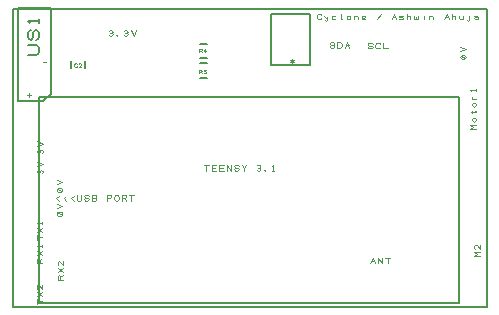
<source format=gbr>
%FSLAX35Y35*%
%MOIN*%
G04 EasyPC Gerber Version 18.0.8 Build 3632 *
%ADD10C,0.00100*%
%ADD13C,0.00128*%
%ADD11C,0.00500*%
%ADD12C,0.00600*%
X0Y0D02*
D02*
D10*
X4993Y70734D02*
X6243D01*
X5618Y70109D02*
Y71359D01*
X10234Y81842D02*
X11484D01*
X10140Y2030D02*
X8265D01*
Y1248D02*
Y2811D01*
X10140Y3748D02*
X8265Y5311D01*
Y3748D02*
X10140Y5311D01*
Y7498D02*
Y6248D01*
X9046Y7342*
X8733Y7498*
X8421Y7342*
X8265Y7030*
Y6561*
X8421Y6248*
X10140Y14852D02*
X8265D01*
Y15946*
X8421Y16258*
X8733Y16415*
X9046Y16258*
X9202Y15946*
Y14852*
Y15946D02*
X10140Y16415D01*
Y17352D02*
X8265Y18915D01*
Y17352D02*
X10140Y18915D01*
Y20165D02*
Y20789D01*
Y20477D02*
X8265D01*
X8578Y20165*
X10140Y23371D02*
X8265D01*
Y22590D02*
Y24152D01*
X10140Y25090D02*
X8265Y26652D01*
Y25090D02*
X10140Y26652D01*
Y27902D02*
Y28527D01*
Y28215D02*
X8265D01*
X8578Y27902*
X10108Y44711D02*
X10265Y45024D01*
Y45336*
X10108Y45649*
X9796Y45805*
X9483Y45649*
X9327Y45336*
Y45024*
Y45336D02*
X9171Y45649D01*
X8858Y45805*
X8546Y45649*
X8390Y45336*
Y45024*
X8546Y44711*
X8390Y47055D02*
X10265Y47836D01*
X8390Y48618*
X10108Y51451D02*
X10265Y51763D01*
Y52076*
X10108Y52388*
X9796Y52544*
X9483Y52388*
X9327Y52076*
Y51763*
Y52076D02*
X9171Y52388D01*
X8858Y52544*
X8546Y52388*
X8390Y52076*
Y51763*
X8546Y51451*
X8390Y53794D02*
X10265Y54576D01*
X8390Y55357*
X15605Y35637D02*
X14824Y36419D01*
X15605Y37200*
X18105Y35637D02*
X17324Y36419D01*
X18105Y37200*
X20605Y35637D02*
X19824Y36419D01*
X20605Y37200*
X21543Y37512D02*
Y36106D01*
X21699Y35794*
X22011Y35637*
X22636*
X22949Y35794*
X23105Y36106*
Y37512*
X24043Y36106D02*
X24199Y35794D01*
X24511Y35637*
X25136*
X25449Y35794*
X25605Y36106*
X25449Y36419*
X25136Y36575*
X24511*
X24199Y36731*
X24043Y37044*
X24199Y37356*
X24511Y37512*
X25136*
X25449Y37356*
X25605Y37044*
X27636Y36575D02*
X27949Y36419D01*
X28105Y36106*
X27949Y35794*
X27636Y35637*
X26543*
Y37512*
X27636*
X27949Y37356*
X28105Y37044*
X27949Y36731*
X27636Y36575*
X26543*
X31543Y35637D02*
Y37512D01*
X32636*
X32949Y37356*
X33105Y37044*
X32949Y36731*
X32636Y36575*
X31543*
X34043Y36262D02*
Y36887D01*
X34199Y37200*
X34355Y37356*
X34668Y37512*
X34980*
X35293Y37356*
X35449Y37200*
X35605Y36887*
Y36262*
X35449Y35950*
X35293Y35794*
X34980Y35637*
X34668*
X34355Y35794*
X34199Y35950*
X34043Y36262*
X36543Y35637D02*
Y37512D01*
X37636*
X37949Y37356*
X38105Y37044*
X37949Y36731*
X37636Y36575*
X36543*
X37636D02*
X38105Y35637D01*
X39824D02*
Y37512D01*
X39043D02*
X40605D01*
X16598Y30733D02*
X16754Y31046D01*
Y31358*
X16598Y31671*
X16286Y31827*
X15348*
X15036Y31671*
X14880Y31358*
Y31046*
X15036Y30733*
X15348Y30577*
X16286*
X16598Y30733*
X15036Y31671*
X14880Y33077D02*
X16754Y33858D01*
X14880Y34640*
X16598Y38721D02*
X16754Y39033D01*
Y39346*
X16598Y39658*
X16286Y39815*
X15348*
X15036Y39658*
X14880Y39346*
Y39033*
X15036Y38721*
X15348Y38565*
X16286*
X16598Y38721*
X15036Y39658*
X14880Y41065D02*
X16754Y41846D01*
X14880Y42627*
X17129Y9236D02*
X15254D01*
Y10330*
X15410Y10642*
X15722Y10798*
X16035Y10642*
X16191Y10330*
Y9236*
Y10330D02*
X17129Y10798D01*
Y11736D02*
X15254Y13298D01*
Y11736D02*
X17129Y13298D01*
Y15486D02*
Y14236D01*
X16035Y15330*
X15722Y15486*
X15410Y15330*
X15254Y15017*
Y14548*
X15410Y14236*
X32481Y90733D02*
X32793Y90577D01*
X33106*
X33418Y90733*
X33574Y91046*
X33418Y91358*
X33106Y91515*
X32793*
X33106D02*
X33418Y91671D01*
X33574Y91983*
X33418Y92296*
X33106Y92452*
X32793*
X32481Y92296*
X34981Y90577D02*
X35137Y90733D01*
X34981Y90889*
X34824Y90733*
X34981Y90577*
X37481Y90733D02*
X37793Y90577D01*
X38106*
X38418Y90733*
X38574Y91046*
X38418Y91358*
X38106Y91515*
X37793*
X38106D02*
X38418Y91671D01*
X38574Y91983*
X38418Y92296*
X38106Y92452*
X37793*
X37481Y92296*
X39824Y92452D02*
X40606Y90577D01*
X41387Y92452*
X64824Y45637D02*
Y47512D01*
X64043D02*
X65605D01*
X66543Y45637D02*
Y47512D01*
X68105*
X67793Y46575D02*
X66543D01*
Y45637D02*
X68105D01*
X69043D02*
Y47512D01*
X70605*
X70293Y46575D02*
X69043D01*
Y45637D02*
X70605D01*
X71543D02*
Y47512D01*
X73105Y45637*
Y47512*
X74043Y46106D02*
X74199Y45794D01*
X74511Y45637*
X75136*
X75449Y45794*
X75605Y46106*
X75449Y46419*
X75136Y46575*
X74511*
X74199Y46731*
X74043Y47044*
X74199Y47356*
X74511Y47512*
X75136*
X75449Y47356*
X75605Y47044*
X77324Y45637D02*
Y46575D01*
X76543Y47512*
X77324Y46575D02*
X78105Y47512D01*
X81699Y45794D02*
X82011Y45637D01*
X82324*
X82636Y45794*
X82793Y46106*
X82636Y46419*
X82324Y46575*
X82011*
X82324D02*
X82636Y46731D01*
X82793Y47044*
X82636Y47356*
X82324Y47512*
X82011*
X81699Y47356*
X84199Y45637D02*
X84355Y45794D01*
X84199Y45950*
X84043Y45794*
X84199Y45637*
X86855D02*
X87480D01*
X87168D02*
Y47512D01*
X86855Y47200*
X93258Y81622D02*
Y82872D01*
X93883Y81934D02*
X92633Y82559D01*
Y81934D02*
X93883Y82559D01*
X103153Y96381D02*
X102996Y96225D01*
X102684Y96069*
X102215*
X101903Y96225*
X101746Y96381*
X101590Y96693*
Y97319*
X101746Y97631*
X101903Y97787*
X102215Y97943*
X102684*
X102996Y97787*
X103153Y97631*
X104090Y97319D02*
X104246Y96693D01*
X104559Y96381*
X104871*
X105184Y96693*
X105340Y97319*
X105184Y96693D02*
X105028Y96069D01*
X104871Y95756*
X104559Y95600*
X104246Y95756*
X107840Y97162D02*
X107528Y97319D01*
X107059*
X106746Y97162*
X106590Y96850*
Y96537*
X106746Y96225*
X107059Y96069*
X107528*
X107840Y96225*
X109871Y96069D02*
X109715D01*
Y97943*
X111590Y96537D02*
X111746Y96225D01*
X112059Y96069*
X112371*
X112684Y96225*
X112840Y96537*
Y96850*
X112684Y97162*
X112371Y97319*
X112059*
X111746Y97162*
X111590Y96850*
Y96537*
X114090Y96069D02*
Y97319D01*
Y96850D02*
X114246Y97162D01*
X114559Y97319*
X114871*
X115184Y97162*
X115340Y96850*
Y96069*
X117840Y96225D02*
X117684Y96069D01*
X117371*
X117059*
X116746Y96225*
X116590Y96537*
Y97006*
X116746Y97162*
X117059Y97319*
X117371*
X117684Y97162*
X117840Y97006*
Y96850*
X117684Y96693*
X117371Y96537*
X117059*
X116746Y96693*
X116590Y96850*
X121590Y96069D02*
X123153Y97943D01*
X126590Y96069D02*
X127371Y97943D01*
X128153Y96069*
X126903Y96850D02*
X127840D01*
X129090Y96225D02*
X129403Y96069D01*
X130028*
X130340Y96225*
Y96537*
X130028Y96693*
X129403*
X129090Y96850*
Y97162*
X129403Y97319*
X130028*
X130340Y97162*
X131590Y96069D02*
Y97943D01*
Y96850D02*
X131746Y97162D01*
X132059Y97319*
X132371*
X132684Y97162*
X132840Y96850*
Y96069*
X134090Y97319D02*
Y96225D01*
X134246Y96069*
X134559*
X134715Y96225*
Y96693*
Y96225D02*
X134871Y96069D01*
X135184*
X135340Y96225*
Y97319*
X137215Y96069D02*
Y97319D01*
Y97787D02*
X139090Y96069*
Y97319D01*
Y96850D02*
X139246Y97162D01*
X139559Y97319*
X139871*
X140184Y97162*
X140340Y96850*
Y96069*
X144090D02*
X144871Y97943D01*
X145653Y96069*
X144403Y96850D02*
X145340D01*
X146590Y96069D02*
Y97943D01*
Y96850D02*
X146746Y97162D01*
X147059Y97319*
X147371*
X147684Y97162*
X147840Y96850*
Y96069*
X149090Y97319D02*
Y96537D01*
X149246Y96225*
X149559Y96069*
X149871*
X150184Y96225*
X150340Y96537*
Y97319D02*
Y96069D01*
X151746Y95756D02*
X152059Y95600D01*
X152371Y95756*
X152528Y96069*
Y97319*
Y97787D02*
X154090Y97162*
X154403Y97319D01*
X154871*
X155184Y97162*
X155340Y96850*
Y96381*
X155184Y96225*
X154871Y96069*
X154559*
X154246Y96225*
X154090Y96381*
Y96537*
X154246Y96693*
X154559Y96850*
X154871*
X155184Y96693*
X155340Y96537*
Y96381D02*
Y96069D01*
X105958Y87052D02*
X106115Y86740D01*
X106427Y86583*
X107052*
X107365Y86740*
X107521Y87052*
X107365Y87365*
X107052Y87521*
X106427*
X106115Y87677*
X105958Y87990*
X106115Y88302*
X106427Y88458*
X107052*
X107365Y88302*
X107521Y87990*
X108458Y86583D02*
Y88458D01*
X109396*
X109708Y88302*
X109865Y88146*
X110021Y87833*
Y87208*
X109865Y86896*
X109708Y86740*
X109396Y86583*
X108458*
X110958D02*
X111739Y88458D01*
X112521Y86583*
X111271Y87365D02*
X112208D01*
X118688Y86802D02*
X118844Y86490D01*
X119157Y86334*
X119782*
X120094Y86490*
X120251Y86802*
X120094Y87115*
X119782Y87271*
X119157*
X118844Y87428*
X118688Y87740*
X118844Y88052*
X119157Y88209*
X119782*
X120094Y88052*
X120251Y87740*
X122751Y86646D02*
X122594Y86490D01*
X122282Y86334*
X121813*
X121501Y86490*
X121344Y86646*
X121188Y86959*
Y87584*
X121344Y87896*
X121501Y88052*
X121813Y88209*
X122282*
X122594Y88052*
X122751Y87896*
X123688Y88209D02*
Y86334D01*
X125251*
X119437Y14697D02*
X120218Y16572D01*
X121000Y14697*
X119750Y15478D02*
X120687D01*
X121937Y14697D02*
Y16572D01*
X123500Y14697*
Y16572*
X125218Y14697D02*
Y16572D01*
X124437D02*
X126000D01*
X151136Y83026D02*
X151292Y83339D01*
Y83651*
X151136Y83963*
X150824Y84120*
X149886*
X149574Y83963*
X149417Y83651*
Y83339*
X149574Y83026*
X149886Y82870*
X150824*
X151136Y83026*
X149574Y83963*
X149417Y85370D02*
X151292Y86151D01*
X149417Y86932*
X154662Y59407D02*
X152787D01*
X153724Y60188*
X152787Y60969*
X154662*
X154193Y61907D02*
X154506Y62063D01*
X154662Y62376*
Y62688*
X154506Y63000*
X154193Y63157*
X153881*
X153568Y63000*
X153412Y62688*
Y62376*
X153568Y62063*
X153881Y61907*
X154193*
X153412Y64719D02*
Y65344D01*
X153100Y65032D02*
X154506D01*
X154662Y65188*
Y65344*
X154506Y65500*
X154193Y66907D02*
X154506Y67063D01*
X154662Y67376*
Y67688*
X154506Y68000*
X154193Y68157*
X153881*
X153568Y68000*
X153412Y67688*
Y67376*
X153568Y67063*
X153881Y66907*
X154193*
X154662Y69407D02*
X153412D01*
X153881D02*
X153568Y69563D01*
X153412Y69876*
Y70188*
X153568Y70500*
X154662Y72219D02*
Y72844D01*
Y72532D02*
X152787D01*
X153100Y72219*
X156035Y17098D02*
X154160D01*
X155097Y17880*
X154160Y18661*
X156035*
Y20848D02*
Y19598D01*
X154941Y20692*
X154628Y20848*
X154316Y20692*
X154160Y20380*
Y19911*
X154316Y19598*
D02*
D11*
X250Y250D02*
X158376D01*
Y99593*
X250*
Y250*
X1981Y68735D02*
Y99750D01*
X12996*
Y71235*
X10496Y68735*
X1981*
X9043Y1350D02*
X149043D01*
Y70169*
X9043*
Y1350*
X5301Y84243D02*
X8113D01*
X8739Y84555*
X9051Y85180*
Y86430*
X8739Y87055*
X8113Y87368*
X5301*
X8113Y89243D02*
X8739Y89555D01*
X9051Y90180*
Y91430*
X8739Y92055*
X8113Y92368*
X7489Y92055*
X7176Y91430*
Y90180*
X6863Y89555*
X6239Y89243*
X5613Y89555*
X5301Y90180*
Y91430*
X5613Y92055*
X6239Y92368*
X9051Y94868D02*
Y96118D01*
Y95493D02*
X5301D01*
X5926Y94868*
X99472Y97992D02*
X86472D01*
Y80992*
X99472*
Y97992*
D02*
D12*
X19728Y79692D02*
Y82054D01*
X24453Y79692D02*
Y82054D01*
X62594Y76639D02*
X64956D01*
X62594Y81363D02*
X64956D01*
X62594Y83253D02*
X64956D01*
X62594Y87978D02*
X64956D01*
D02*
D13*
X21718Y80374D02*
X21618Y80274D01*
X21418Y80174*
X21118*
X20918Y80274*
X20818Y80374*
X20718Y80574*
Y80974*
X20818Y81174*
X20918Y81274*
X21118Y81374*
X21418*
X21618Y81274*
X21718Y81174*
X23118Y80174D02*
X22318D01*
X23018Y80874*
X23118Y81074*
X23018Y81274*
X22818Y81374*
X22518*
X22318Y81274*
X62277Y78053D02*
Y79253D01*
X62977*
X63177Y79153*
X63277Y78953*
X63177Y78753*
X62977Y78653*
X62277*
X62977D02*
X63277Y78053D01*
X63877Y78153D02*
X64077Y78053D01*
X64377*
X64577Y78153*
X64677Y78353*
Y78453*
X64577Y78653*
X64377Y78753*
X63877*
Y79253*
X64677*
X62402Y85042D02*
Y86242D01*
X63102*
X63302Y86142*
X63402Y85942*
X63302Y85742*
X63102Y85642*
X62402*
X63102D02*
X63402Y85042D01*
X64502D02*
Y86242D01*
X64002Y85442*
X64802*
X0Y0D02*
M02*

</source>
